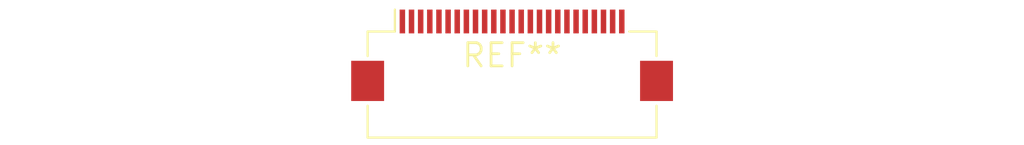
<source format=kicad_pcb>
(kicad_pcb (version 20240108) (generator pcbnew)
  (layers (0 "F.Cu" signal) (31 "B.Cu" signal) (34 "B.Paste" user) (35 "F.Paste" user) (36 "B.SilkS" user "B.Silkscreen") (37 "F.SilkS" user "F.Silkscreen") (38 "B.Mask" user) (39 "F.Mask" user) (44 "Edge.Cuts" user))
  (net 0 "")
  (footprint "Hirose_FH12-25S-0.5SH_1x25-1MP_P0.50mm_Horizontal" (layer "F.Cu") (at 0 0)
    (property "Reference" "REF**")
    (property "Value" "Hirose_FH12-25S-0.5SH_1x25-1MP_P0.50mm_Horizontal")
    (fp_line (start -7.9 -1.3) (end -7.9 0.04) (layer "F.SilkS") (stroke (width 0.12)))
    (fp_line (start -7.9 2.76) (end -7.9 4.5) (layer "F.SilkS") (stroke (width 0.12)))
    (fp_line (start -7.9 4.5) (end 7.9 4.5) (layer "F.SilkS") (stroke (width 0.12)))
    (fp_line (start -6.41 -1.3) (end -7.9 -1.3) (layer "F.SilkS") (stroke (width 0.12)))
    (fp_line (start -6.41 -1.3) (end -6.41 -2.5) (layer "F.SilkS") (stroke (width 0.12)))
    (fp_line (start 6.41 -1.3) (end 7.9 -1.3) (layer "F.SilkS") (stroke (width 0.12)))
    (fp_line (start 7.9 -1.3) (end 7.9 0.04) (layer "F.SilkS") (stroke (width 0.12)))
    (fp_line (start 7.9 4.5) (end 7.9 2.76) (layer "F.SilkS") (stroke (width 0.12)))
    (pad "1" smd rect (at -6 -1.85) (size 0.3 1.3) (layers "F.Cu" "F.Paste" "F.Mask"))
    (pad "2" smd rect (at -5.5 -1.85) (size 0.3 1.3) (layers "F.Cu" "F.Paste" "F.Mask"))
    (pad "3" smd rect (at -5 -1.85) (size 0.3 1.3) (layers "F.Cu" "F.Paste" "F.Mask"))
    (pad "4" smd rect (at -4.5 -1.85) (size 0.3 1.3) (layers "F.Cu" "F.Paste" "F.Mask"))
    (pad "5" smd rect (at -4 -1.85) (size 0.3 1.3) (layers "F.Cu" "F.Paste" "F.Mask"))
    (pad "6" smd rect (at -3.5 -1.85) (size 0.3 1.3) (layers "F.Cu" "F.Paste" "F.Mask"))
    (pad "7" smd rect (at -3 -1.85) (size 0.3 1.3) (layers "F.Cu" "F.Paste" "F.Mask"))
    (pad "8" smd rect (at -2.5 -1.85) (size 0.3 1.3) (layers "F.Cu" "F.Paste" "F.Mask"))
    (pad "9" smd rect (at -2 -1.85) (size 0.3 1.3) (layers "F.Cu" "F.Paste" "F.Mask"))
    (pad "10" smd rect (at -1.5 -1.85) (size 0.3 1.3) (layers "F.Cu" "F.Paste" "F.Mask"))
    (pad "11" smd rect (at -1 -1.85) (size 0.3 1.3) (layers "F.Cu" "F.Paste" "F.Mask"))
    (pad "12" smd rect (at -0.5 -1.85) (size 0.3 1.3) (layers "F.Cu" "F.Paste" "F.Mask"))
    (pad "13" smd rect (at 0 -1.85) (size 0.3 1.3) (layers "F.Cu" "F.Paste" "F.Mask"))
    (pad "14" smd rect (at 0.5 -1.85) (size 0.3 1.3) (layers "F.Cu" "F.Paste" "F.Mask"))
    (pad "15" smd rect (at 1 -1.85) (size 0.3 1.3) (layers "F.Cu" "F.Paste" "F.Mask"))
    (pad "16" smd rect (at 1.5 -1.85) (size 0.3 1.3) (layers "F.Cu" "F.Paste" "F.Mask"))
    (pad "17" smd rect (at 2 -1.85) (size 0.3 1.3) (layers "F.Cu" "F.Paste" "F.Mask"))
    (pad "18" smd rect (at 2.5 -1.85) (size 0.3 1.3) (layers "F.Cu" "F.Paste" "F.Mask"))
    (pad "19" smd rect (at 3 -1.85) (size 0.3 1.3) (layers "F.Cu" "F.Paste" "F.Mask"))
    (pad "20" smd rect (at 3.5 -1.85) (size 0.3 1.3) (layers "F.Cu" "F.Paste" "F.Mask"))
    (pad "21" smd rect (at 4 -1.85) (size 0.3 1.3) (layers "F.Cu" "F.Paste" "F.Mask"))
    (pad "22" smd rect (at 4.5 -1.85) (size 0.3 1.3) (layers "F.Cu" "F.Paste" "F.Mask"))
    (pad "23" smd rect (at 5 -1.85) (size 0.3 1.3) (layers "F.Cu" "F.Paste" "F.Mask"))
    (pad "24" smd rect (at 5.5 -1.85) (size 0.3 1.3) (layers "F.Cu" "F.Paste" "F.Mask"))
    (pad "25" smd rect (at 6 -1.85) (size 0.3 1.3) (layers "F.Cu" "F.Paste" "F.Mask"))
    (pad "MP" smd rect (at -7.9 1.4) (size 1.8 2.2) (layers "F.Cu" "F.Paste" "F.Mask"))
    (pad "MP" smd rect (at 7.9 1.4) (size 1.8 2.2) (layers "F.Cu" "F.Paste" "F.Mask"))
  )
)
</source>
